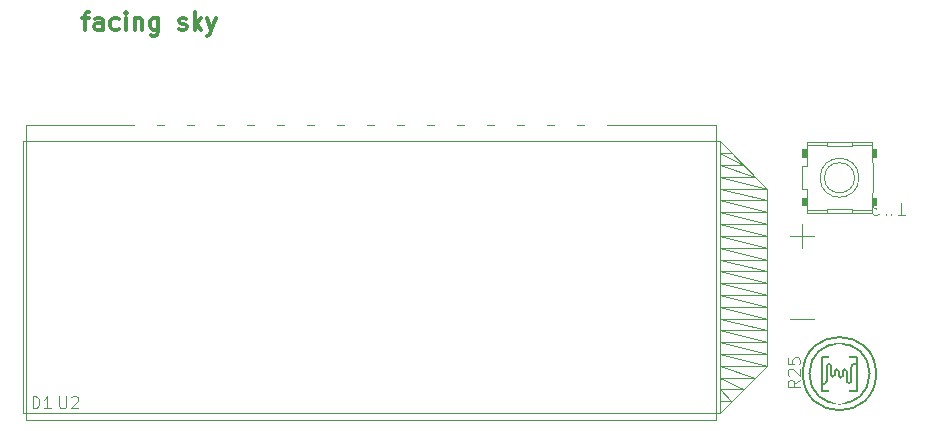
<source format=gbr>
%TF.GenerationSoftware,KiCad,Pcbnew,no-vcs-found-7613~57~ubuntu16.10.1*%
%TF.CreationDate,2017-03-07T09:53:51+01:00*%
%TF.ProjectId,gp8-clock,6770382D636C6F636B2E6B696361645F,rev?*%
%TF.FileFunction,Legend,Top*%
%TF.FilePolarity,Positive*%
%FSLAX46Y46*%
G04 Gerber Fmt 4.6, Leading zero omitted, Abs format (unit mm)*
G04 Created by KiCad (PCBNEW no-vcs-found-7613~57~ubuntu16.10.1) date Tue Mar  7 09:53:51 2017*
%MOMM*%
%LPD*%
G01*
G04 APERTURE LIST*
%ADD10C,0.100000*%
%ADD11C,0.300000*%
%ADD12C,0.203200*%
%ADD13C,0.101600*%
%ADD14C,6.000000*%
%ADD15R,1.750000X1.750000*%
%ADD16O,1.700000X2.200000*%
%ADD17R,1.700000X2.200000*%
%ADD18C,1.924000*%
%ADD19R,2.599640X1.924000*%
%ADD20O,2.599640X1.924000*%
%ADD21C,1.197560*%
%ADD22C,1.416000*%
%ADD23C,1.800000*%
%ADD24C,2.400000*%
%ADD25R,2.000000X1.800000*%
%ADD26R,1.924000X2.599640*%
%ADD27O,1.924000X2.599640*%
%ADD28C,2.398980*%
G04 APERTURE END LIST*
D10*
D11*
X112431428Y-80958571D02*
X113002857Y-80958571D01*
X112645714Y-81958571D02*
X112645714Y-80672857D01*
X112717142Y-80530000D01*
X112860000Y-80458571D01*
X113002857Y-80458571D01*
X114145714Y-81958571D02*
X114145714Y-81172857D01*
X114074285Y-81030000D01*
X113931428Y-80958571D01*
X113645714Y-80958571D01*
X113502857Y-81030000D01*
X114145714Y-81887142D02*
X114002857Y-81958571D01*
X113645714Y-81958571D01*
X113502857Y-81887142D01*
X113431428Y-81744285D01*
X113431428Y-81601428D01*
X113502857Y-81458571D01*
X113645714Y-81387142D01*
X114002857Y-81387142D01*
X114145714Y-81315714D01*
X115502857Y-81887142D02*
X115360000Y-81958571D01*
X115074285Y-81958571D01*
X114931428Y-81887142D01*
X114860000Y-81815714D01*
X114788571Y-81672857D01*
X114788571Y-81244285D01*
X114860000Y-81101428D01*
X114931428Y-81030000D01*
X115074285Y-80958571D01*
X115360000Y-80958571D01*
X115502857Y-81030000D01*
X116145714Y-81958571D02*
X116145714Y-80958571D01*
X116145714Y-80458571D02*
X116074285Y-80530000D01*
X116145714Y-80601428D01*
X116217142Y-80530000D01*
X116145714Y-80458571D01*
X116145714Y-80601428D01*
X116860000Y-80958571D02*
X116860000Y-81958571D01*
X116860000Y-81101428D02*
X116931428Y-81030000D01*
X117074285Y-80958571D01*
X117288571Y-80958571D01*
X117431428Y-81030000D01*
X117502857Y-81172857D01*
X117502857Y-81958571D01*
X118860000Y-80958571D02*
X118860000Y-82172857D01*
X118788571Y-82315714D01*
X118717142Y-82387142D01*
X118574285Y-82458571D01*
X118360000Y-82458571D01*
X118217142Y-82387142D01*
X118860000Y-81887142D02*
X118717142Y-81958571D01*
X118431428Y-81958571D01*
X118288571Y-81887142D01*
X118217142Y-81815714D01*
X118145714Y-81672857D01*
X118145714Y-81244285D01*
X118217142Y-81101428D01*
X118288571Y-81030000D01*
X118431428Y-80958571D01*
X118717142Y-80958571D01*
X118860000Y-81030000D01*
X120645714Y-81887142D02*
X120788571Y-81958571D01*
X121074285Y-81958571D01*
X121217142Y-81887142D01*
X121288571Y-81744285D01*
X121288571Y-81672857D01*
X121217142Y-81530000D01*
X121074285Y-81458571D01*
X120860000Y-81458571D01*
X120717142Y-81387142D01*
X120645714Y-81244285D01*
X120645714Y-81172857D01*
X120717142Y-81030000D01*
X120860000Y-80958571D01*
X121074285Y-80958571D01*
X121217142Y-81030000D01*
X121931428Y-81958571D02*
X121931428Y-80458571D01*
X122074285Y-81387142D02*
X122502857Y-81958571D01*
X122502857Y-80958571D02*
X121931428Y-81530000D01*
X123002857Y-80958571D02*
X123360000Y-81958571D01*
X123717142Y-80958571D02*
X123360000Y-81958571D01*
X123217142Y-82315714D01*
X123145714Y-82387142D01*
X123002857Y-82458571D01*
D10*
X166064000Y-90011000D02*
X107644000Y-90011000D01*
X107644000Y-90011000D02*
X107644000Y-115011000D01*
X166064000Y-115011000D02*
X107644000Y-115011000D01*
X166064000Y-90011000D02*
X166064000Y-115011000D01*
X167374000Y-92411000D02*
X166374000Y-92411000D01*
X166374000Y-92411000D02*
X168374000Y-93411000D01*
X168374000Y-93411000D02*
X166374000Y-93411000D01*
X166374000Y-93411000D02*
X169374000Y-94411000D01*
X169374000Y-94411000D02*
X166374000Y-94411000D01*
X166374000Y-94411000D02*
X170374000Y-95411000D01*
X170374000Y-95411000D02*
X166374000Y-95411000D01*
X166374000Y-95411000D02*
X170374000Y-96411000D01*
X170374000Y-96411000D02*
X166374000Y-96411000D01*
X166374000Y-96411000D02*
X170374000Y-97411000D01*
X170374000Y-97411000D02*
X166374000Y-97411000D01*
X166374000Y-97411000D02*
X170374000Y-98411000D01*
X170374000Y-98411000D02*
X166374000Y-98411000D01*
X166374000Y-98411000D02*
X170374000Y-99411000D01*
X170374000Y-99411000D02*
X166374000Y-99411000D01*
X166374000Y-99411000D02*
X170374000Y-100411000D01*
X170374000Y-100411000D02*
X166374000Y-100411000D01*
X166374000Y-100411000D02*
X170374000Y-101411000D01*
X170374000Y-101411000D02*
X166374000Y-101411000D01*
X166374000Y-101411000D02*
X170374000Y-102411000D01*
X170374000Y-102411000D02*
X166374000Y-102411000D01*
X166374000Y-102411000D02*
X170374000Y-103411000D01*
X170374000Y-103411000D02*
X166374000Y-103411000D01*
X166374000Y-103411000D02*
X170374000Y-104411000D01*
X170374000Y-104411000D02*
X166374000Y-104411000D01*
X166374000Y-104411000D02*
X170374000Y-105411000D01*
X170374000Y-105411000D02*
X166374000Y-105411000D01*
X166374000Y-105411000D02*
X170374000Y-106411000D01*
X170374000Y-106411000D02*
X166374000Y-106411000D01*
X166374000Y-106411000D02*
X170374000Y-107411000D01*
X170374000Y-107411000D02*
X166374000Y-107411000D01*
X166374000Y-107411000D02*
X170374000Y-108411000D01*
X170374000Y-108411000D02*
X166374000Y-108411000D01*
X166374000Y-108411000D02*
X170374000Y-109411000D01*
X170374000Y-109411000D02*
X166374000Y-109411000D01*
X166374000Y-109411000D02*
X170374000Y-110411000D01*
X170374000Y-110411000D02*
X166374000Y-110411000D01*
X166374000Y-110411000D02*
X169374000Y-111411000D01*
X169374000Y-111411000D02*
X166374000Y-111411000D01*
X166374000Y-111411000D02*
X168374000Y-112411000D01*
X168374000Y-112411000D02*
X166374000Y-112411000D01*
X166374000Y-112411000D02*
X167374000Y-113411000D01*
X167374000Y-113411000D02*
X166374000Y-113411000D01*
X172374000Y-106411000D02*
X174374000Y-106411000D01*
X173374000Y-98411000D02*
X173374000Y-100411000D01*
X172374000Y-99411000D02*
X174374000Y-99411000D01*
X166374000Y-91411000D02*
X166374000Y-114411000D01*
X166374000Y-91411000D02*
X170374000Y-95411000D01*
X166374000Y-114411000D02*
X170374000Y-110411000D01*
X170374000Y-110411000D02*
X170374000Y-105411000D01*
X170374000Y-95411000D02*
X170374000Y-105411000D01*
X107374000Y-114411000D02*
X166374000Y-114411000D01*
X107374000Y-91411000D02*
X166374000Y-91411000D01*
X107374000Y-114411000D02*
X107374000Y-91411000D01*
D12*
X175030000Y-109643400D02*
X175030000Y-112508600D01*
X175030000Y-112508600D02*
X175705000Y-112508600D01*
X177355000Y-112508600D02*
X178030000Y-112508600D01*
X178030000Y-112508600D02*
X178030000Y-109643400D01*
X178030000Y-109643400D02*
X177355000Y-109643400D01*
X175705000Y-109643400D02*
X175030000Y-109643400D01*
X177473199Y-110671801D02*
G75*
G02X177944700Y-110200200I471551J50D01*
G01*
X177473200Y-110671800D02*
X177473200Y-111749700D01*
X177136300Y-111749700D02*
G75*
G03X177473200Y-111749700I168450J0D01*
G01*
X177136300Y-111749700D02*
X177136300Y-110873900D01*
X176799500Y-110873900D02*
G75*
G02X177136300Y-110873900I168400J0D01*
G01*
X176799500Y-110873900D02*
X176799500Y-111278100D01*
X176462600Y-111278100D02*
G75*
G03X176799500Y-111278100I168450J0D01*
G01*
X176462600Y-111278100D02*
X176462600Y-110873900D01*
X176125800Y-110873900D02*
G75*
G02X176462600Y-110873900I168400J0D01*
G01*
X176125800Y-110873900D02*
X176125800Y-111210700D01*
X175789000Y-111210700D02*
G75*
G03X176125800Y-111210700I168400J0D01*
G01*
X175789000Y-111210700D02*
X175789000Y-110402300D01*
X175452100Y-110402300D02*
G75*
G02X175789000Y-110402300I168450J0D01*
G01*
X175452100Y-110402300D02*
X175452100Y-111682300D01*
X175115300Y-111951800D02*
G75*
G03X175452100Y-111682300I60576J269500D01*
G01*
X179630000Y-111076000D02*
G75*
G03X179630000Y-111076000I-3100000J0D01*
G01*
X179080000Y-111076000D02*
G75*
G03X179080000Y-111076000I-2550000J0D01*
G01*
D13*
X179290600Y-97486100D02*
X173769400Y-97486100D01*
X173769400Y-97486100D02*
X173769400Y-95482400D01*
X173769400Y-95482400D02*
X173353800Y-95482400D01*
X173353800Y-95482400D02*
X173353800Y-93508400D01*
X173353800Y-93508400D02*
X173769400Y-93508400D01*
X173769400Y-93508400D02*
X173769400Y-91489900D01*
X173769400Y-91489900D02*
X179290600Y-91489900D01*
X179290600Y-91489900D02*
X179290600Y-93152200D01*
X179290600Y-93152200D02*
X179409400Y-93271000D01*
X179409400Y-93271000D02*
X179409400Y-95690200D01*
X179409400Y-95690200D02*
X179290600Y-95809000D01*
X179290600Y-95809000D02*
X179290600Y-97486100D01*
X173813900Y-91727400D02*
X175461400Y-91727400D01*
X175461400Y-91727400D02*
X175461400Y-91831300D01*
X175461400Y-91831300D02*
X177613500Y-91831300D01*
X177613500Y-91831300D02*
X177613500Y-91549300D01*
X177658000Y-91727400D02*
X179231200Y-91727400D01*
X175461400Y-91727400D02*
X175461400Y-91534500D01*
X173813900Y-97248600D02*
X175461400Y-97248600D01*
X175461400Y-97248600D02*
X175461400Y-97144700D01*
X175461400Y-97144700D02*
X177613500Y-97144700D01*
X177613500Y-97144700D02*
X177613500Y-97426700D01*
X177658000Y-97248600D02*
X179231200Y-97248600D01*
X175461400Y-97248600D02*
X175461400Y-97441600D01*
X177806400Y-94488000D02*
G75*
G03X177806400Y-94488000I-1276400J0D01*
G01*
X178177500Y-94488000D02*
G75*
G03X178177500Y-94488000I-1647500J0D01*
G01*
D10*
G36*
X179854600Y-96165100D02*
X179305500Y-96165100D01*
X179305500Y-96922100D01*
X179854600Y-96922100D01*
X179854600Y-96165100D01*
G37*
G36*
X179854600Y-92053900D02*
X179320300Y-92053900D01*
X179320300Y-92825700D01*
X179854600Y-92825700D01*
X179854600Y-92053900D01*
G37*
G36*
X173739700Y-96165100D02*
X173205400Y-96165100D01*
X173205400Y-96922100D01*
X173739700Y-96922100D01*
X173739700Y-96165100D01*
G37*
G36*
X173339000Y-94117000D02*
X173205400Y-94117000D01*
X173205400Y-94873900D01*
X173339000Y-94873900D01*
X173339000Y-94117000D01*
G37*
G36*
X173754500Y-92068800D02*
X173205400Y-92068800D01*
X173205400Y-92825700D01*
X173754500Y-92825700D01*
X173754500Y-92068800D01*
G37*
D13*
X110477904Y-112981619D02*
X110477904Y-113804095D01*
X110526285Y-113900857D01*
X110574666Y-113949238D01*
X110671428Y-113997619D01*
X110864952Y-113997619D01*
X110961714Y-113949238D01*
X111010095Y-113900857D01*
X111058476Y-113804095D01*
X111058476Y-112981619D01*
X111493904Y-113078380D02*
X111542285Y-113030000D01*
X111639047Y-112981619D01*
X111880952Y-112981619D01*
X111977714Y-113030000D01*
X112026095Y-113078380D01*
X112074476Y-113175142D01*
X112074476Y-113271904D01*
X112026095Y-113417047D01*
X111445523Y-113997619D01*
X112074476Y-113997619D01*
X108216095Y-113997619D02*
X108216095Y-112981619D01*
X108458000Y-112981619D01*
X108603142Y-113030000D01*
X108699904Y-113126761D01*
X108748285Y-113223523D01*
X108796666Y-113417047D01*
X108796666Y-113562190D01*
X108748285Y-113755714D01*
X108699904Y-113852476D01*
X108603142Y-113949238D01*
X108458000Y-113997619D01*
X108216095Y-113997619D01*
X109764285Y-113997619D02*
X109183714Y-113997619D01*
X109474000Y-113997619D02*
X109474000Y-112981619D01*
X109377238Y-113126761D01*
X109280476Y-113223523D01*
X109183714Y-113271904D01*
X173179619Y-111633483D02*
X172695809Y-111972150D01*
X173179619Y-112214055D02*
X172163619Y-112214055D01*
X172163619Y-111827007D01*
X172212000Y-111730245D01*
X172260380Y-111681864D01*
X172357142Y-111633483D01*
X172502285Y-111633483D01*
X172599047Y-111681864D01*
X172647428Y-111730245D01*
X172695809Y-111827007D01*
X172695809Y-112214055D01*
X172260380Y-111246436D02*
X172212000Y-111198055D01*
X172163619Y-111101293D01*
X172163619Y-110859388D01*
X172212000Y-110762626D01*
X172260380Y-110714245D01*
X172357142Y-110665864D01*
X172453904Y-110665864D01*
X172599047Y-110714245D01*
X173179619Y-111294817D01*
X173179619Y-110665864D01*
X172163619Y-109746626D02*
X172163619Y-110230436D01*
X172647428Y-110278817D01*
X172599047Y-110230436D01*
X172550666Y-110133674D01*
X172550666Y-109891769D01*
X172599047Y-109795007D01*
X172647428Y-109746626D01*
X172744190Y-109698245D01*
X172986095Y-109698245D01*
X173082857Y-109746626D01*
X173131238Y-109795007D01*
X173179619Y-109891769D01*
X173179619Y-110133674D01*
X173131238Y-110230436D01*
X173082857Y-110278817D01*
X179329563Y-97566238D02*
X179474706Y-97614619D01*
X179716611Y-97614619D01*
X179813373Y-97566238D01*
X179861754Y-97517857D01*
X179910135Y-97421095D01*
X179910135Y-97324333D01*
X179861754Y-97227571D01*
X179813373Y-97179190D01*
X179716611Y-97130809D01*
X179523087Y-97082428D01*
X179426325Y-97034047D01*
X179377944Y-96985666D01*
X179329563Y-96888904D01*
X179329563Y-96792142D01*
X179377944Y-96695380D01*
X179426325Y-96647000D01*
X179523087Y-96598619D01*
X179764992Y-96598619D01*
X179910135Y-96647000D01*
X180248801Y-96598619D02*
X180490706Y-97614619D01*
X180684230Y-96888904D01*
X180877754Y-97614619D01*
X181119659Y-96598619D01*
X182038897Y-97614619D02*
X181458325Y-97614619D01*
X181748611Y-97614619D02*
X181748611Y-96598619D01*
X181651849Y-96743761D01*
X181555087Y-96840523D01*
X181458325Y-96888904D01*
%LPC*%
D14*
X169773600Y-124637800D03*
X169773600Y-80365600D03*
X133756400Y-80416400D03*
X133731000Y-124637800D03*
D15*
X190500000Y-125730000D03*
X190500000Y-79375000D03*
X139700000Y-79375000D03*
X164465000Y-79375000D03*
X164465000Y-125730000D03*
X113665000Y-125730000D03*
X139700000Y-125730000D03*
X113665000Y-79375000D03*
D16*
X183594000Y-81026000D03*
X181594000Y-81026000D03*
X179594000Y-81026000D03*
D17*
X177594000Y-81026000D03*
X151686000Y-81534000D03*
D16*
X153686000Y-81534000D03*
X155686000Y-81534000D03*
X157686000Y-81534000D03*
D18*
X155904000Y-90011000D03*
X153364000Y-90011000D03*
X150824000Y-90011000D03*
X148284000Y-90011000D03*
X145744000Y-90011000D03*
X143204000Y-90011000D03*
X140664000Y-90011000D03*
X138124000Y-90011000D03*
X135584000Y-90011000D03*
X133044000Y-90011000D03*
X130504000Y-90011000D03*
X127964000Y-90011000D03*
X125424000Y-90011000D03*
X122884000Y-90011000D03*
X120344000Y-90011000D03*
X117804000Y-90011000D03*
X173414000Y-101711000D03*
X173414000Y-104251000D03*
D19*
X103854000Y-104251000D03*
D20*
X103854000Y-101711000D03*
X103854000Y-99171000D03*
D21*
X200393300Y-104386380D03*
X200390760Y-100589080D03*
D19*
X178308000Y-100076000D03*
D20*
X178308000Y-102616000D03*
X178308000Y-105156000D03*
D22*
X150114000Y-93472000D03*
X152654000Y-93472000D03*
X192024000Y-105664000D03*
X194564000Y-105664000D03*
X192024000Y-108458000D03*
X194564000Y-108458000D03*
D23*
X176530000Y-109376000D03*
X176530000Y-112776000D03*
D24*
X186055000Y-115580160D03*
X186055000Y-123179840D03*
D25*
X180730000Y-92238000D03*
X172330000Y-92238000D03*
X172330000Y-94488000D03*
X172330000Y-96738000D03*
X180730000Y-96738000D03*
D26*
X183642000Y-106172000D03*
D27*
X186182000Y-106172000D03*
D28*
X145161000Y-106426000D03*
X150241000Y-106426000D03*
M02*

</source>
